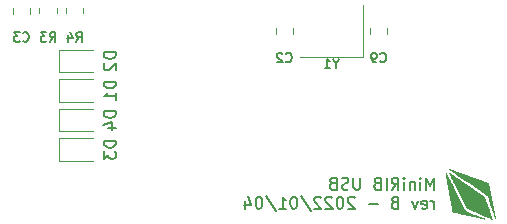
<source format=gbr>
%TF.GenerationSoftware,KiCad,Pcbnew,(6.0.0)*%
%TF.CreationDate,2022-01-04T17:40:29-06:00*%
%TF.ProjectId,minirib-usb,6d696e69-7269-4622-9d75-73622e6b6963,B*%
%TF.SameCoordinates,Original*%
%TF.FileFunction,Legend,Bot*%
%TF.FilePolarity,Positive*%
%FSLAX46Y46*%
G04 Gerber Fmt 4.6, Leading zero omitted, Abs format (unit mm)*
G04 Created by KiCad (PCBNEW (6.0.0)) date 2022-01-04 17:40:29*
%MOMM*%
%LPD*%
G01*
G04 APERTURE LIST*
%ADD10C,0.150000*%
%ADD11C,0.130000*%
%ADD12C,0.010000*%
%ADD13C,0.120000*%
G04 APERTURE END LIST*
D10*
X164914404Y-108397380D02*
X164914404Y-107397380D01*
X164581071Y-108111666D01*
X164247738Y-107397380D01*
X164247738Y-108397380D01*
X163771547Y-108397380D02*
X163771547Y-107730714D01*
X163771547Y-107397380D02*
X163819166Y-107445000D01*
X163771547Y-107492619D01*
X163723928Y-107445000D01*
X163771547Y-107397380D01*
X163771547Y-107492619D01*
X163295357Y-107730714D02*
X163295357Y-108397380D01*
X163295357Y-107825952D02*
X163247738Y-107778333D01*
X163152500Y-107730714D01*
X163009642Y-107730714D01*
X162914404Y-107778333D01*
X162866785Y-107873571D01*
X162866785Y-108397380D01*
X162390595Y-108397380D02*
X162390595Y-107730714D01*
X162390595Y-107397380D02*
X162438214Y-107445000D01*
X162390595Y-107492619D01*
X162342976Y-107445000D01*
X162390595Y-107397380D01*
X162390595Y-107492619D01*
X161342976Y-108397380D02*
X161676309Y-107921190D01*
X161914404Y-108397380D02*
X161914404Y-107397380D01*
X161533452Y-107397380D01*
X161438214Y-107445000D01*
X161390595Y-107492619D01*
X161342976Y-107587857D01*
X161342976Y-107730714D01*
X161390595Y-107825952D01*
X161438214Y-107873571D01*
X161533452Y-107921190D01*
X161914404Y-107921190D01*
X160914404Y-108397380D02*
X160914404Y-107397380D01*
X160104880Y-107873571D02*
X159962023Y-107921190D01*
X159914404Y-107968809D01*
X159866785Y-108064047D01*
X159866785Y-108206904D01*
X159914404Y-108302142D01*
X159962023Y-108349761D01*
X160057261Y-108397380D01*
X160438214Y-108397380D01*
X160438214Y-107397380D01*
X160104880Y-107397380D01*
X160009642Y-107445000D01*
X159962023Y-107492619D01*
X159914404Y-107587857D01*
X159914404Y-107683095D01*
X159962023Y-107778333D01*
X160009642Y-107825952D01*
X160104880Y-107873571D01*
X160438214Y-107873571D01*
X158676309Y-107397380D02*
X158676309Y-108206904D01*
X158628690Y-108302142D01*
X158581071Y-108349761D01*
X158485833Y-108397380D01*
X158295357Y-108397380D01*
X158200119Y-108349761D01*
X158152500Y-108302142D01*
X158104880Y-108206904D01*
X158104880Y-107397380D01*
X157676309Y-108349761D02*
X157533452Y-108397380D01*
X157295357Y-108397380D01*
X157200119Y-108349761D01*
X157152500Y-108302142D01*
X157104880Y-108206904D01*
X157104880Y-108111666D01*
X157152500Y-108016428D01*
X157200119Y-107968809D01*
X157295357Y-107921190D01*
X157485833Y-107873571D01*
X157581071Y-107825952D01*
X157628690Y-107778333D01*
X157676309Y-107683095D01*
X157676309Y-107587857D01*
X157628690Y-107492619D01*
X157581071Y-107445000D01*
X157485833Y-107397380D01*
X157247738Y-107397380D01*
X157104880Y-107445000D01*
X156342976Y-107873571D02*
X156200119Y-107921190D01*
X156152500Y-107968809D01*
X156104880Y-108064047D01*
X156104880Y-108206904D01*
X156152500Y-108302142D01*
X156200119Y-108349761D01*
X156295357Y-108397380D01*
X156676309Y-108397380D01*
X156676309Y-107397380D01*
X156342976Y-107397380D01*
X156247738Y-107445000D01*
X156200119Y-107492619D01*
X156152500Y-107587857D01*
X156152500Y-107683095D01*
X156200119Y-107778333D01*
X156247738Y-107825952D01*
X156342976Y-107873571D01*
X156676309Y-107873571D01*
X164914404Y-110007380D02*
X164914404Y-109340714D01*
X164914404Y-109531190D02*
X164866785Y-109435952D01*
X164819166Y-109388333D01*
X164723928Y-109340714D01*
X164628690Y-109340714D01*
X163914404Y-109959761D02*
X164009642Y-110007380D01*
X164200119Y-110007380D01*
X164295357Y-109959761D01*
X164342976Y-109864523D01*
X164342976Y-109483571D01*
X164295357Y-109388333D01*
X164200119Y-109340714D01*
X164009642Y-109340714D01*
X163914404Y-109388333D01*
X163866785Y-109483571D01*
X163866785Y-109578809D01*
X164342976Y-109674047D01*
X163533452Y-109340714D02*
X163295357Y-110007380D01*
X163057261Y-109340714D01*
X161581071Y-109483571D02*
X161438214Y-109531190D01*
X161390595Y-109578809D01*
X161342976Y-109674047D01*
X161342976Y-109816904D01*
X161390595Y-109912142D01*
X161438214Y-109959761D01*
X161533452Y-110007380D01*
X161914404Y-110007380D01*
X161914404Y-109007380D01*
X161581071Y-109007380D01*
X161485833Y-109055000D01*
X161438214Y-109102619D01*
X161390595Y-109197857D01*
X161390595Y-109293095D01*
X161438214Y-109388333D01*
X161485833Y-109435952D01*
X161581071Y-109483571D01*
X161914404Y-109483571D01*
X160152500Y-109626428D02*
X159390595Y-109626428D01*
X158200119Y-109102619D02*
X158152500Y-109055000D01*
X158057261Y-109007380D01*
X157819166Y-109007380D01*
X157723928Y-109055000D01*
X157676309Y-109102619D01*
X157628690Y-109197857D01*
X157628690Y-109293095D01*
X157676309Y-109435952D01*
X158247738Y-110007380D01*
X157628690Y-110007380D01*
X157009642Y-109007380D02*
X156914404Y-109007380D01*
X156819166Y-109055000D01*
X156771547Y-109102619D01*
X156723928Y-109197857D01*
X156676309Y-109388333D01*
X156676309Y-109626428D01*
X156723928Y-109816904D01*
X156771547Y-109912142D01*
X156819166Y-109959761D01*
X156914404Y-110007380D01*
X157009642Y-110007380D01*
X157104880Y-109959761D01*
X157152500Y-109912142D01*
X157200119Y-109816904D01*
X157247738Y-109626428D01*
X157247738Y-109388333D01*
X157200119Y-109197857D01*
X157152500Y-109102619D01*
X157104880Y-109055000D01*
X157009642Y-109007380D01*
X156295357Y-109102619D02*
X156247738Y-109055000D01*
X156152500Y-109007380D01*
X155914404Y-109007380D01*
X155819166Y-109055000D01*
X155771547Y-109102619D01*
X155723928Y-109197857D01*
X155723928Y-109293095D01*
X155771547Y-109435952D01*
X156342976Y-110007380D01*
X155723928Y-110007380D01*
X155342976Y-109102619D02*
X155295357Y-109055000D01*
X155200119Y-109007380D01*
X154962023Y-109007380D01*
X154866785Y-109055000D01*
X154819166Y-109102619D01*
X154771547Y-109197857D01*
X154771547Y-109293095D01*
X154819166Y-109435952D01*
X155390595Y-110007380D01*
X154771547Y-110007380D01*
X153628690Y-108959761D02*
X154485833Y-110245476D01*
X153104880Y-109007380D02*
X153009642Y-109007380D01*
X152914404Y-109055000D01*
X152866785Y-109102619D01*
X152819166Y-109197857D01*
X152771547Y-109388333D01*
X152771547Y-109626428D01*
X152819166Y-109816904D01*
X152866785Y-109912142D01*
X152914404Y-109959761D01*
X153009642Y-110007380D01*
X153104880Y-110007380D01*
X153200119Y-109959761D01*
X153247738Y-109912142D01*
X153295357Y-109816904D01*
X153342976Y-109626428D01*
X153342976Y-109388333D01*
X153295357Y-109197857D01*
X153247738Y-109102619D01*
X153200119Y-109055000D01*
X153104880Y-109007380D01*
X151819166Y-110007380D02*
X152390595Y-110007380D01*
X152104880Y-110007380D02*
X152104880Y-109007380D01*
X152200119Y-109150238D01*
X152295357Y-109245476D01*
X152390595Y-109293095D01*
X150676309Y-108959761D02*
X151533452Y-110245476D01*
X150152500Y-109007380D02*
X150057261Y-109007380D01*
X149962023Y-109055000D01*
X149914404Y-109102619D01*
X149866785Y-109197857D01*
X149819166Y-109388333D01*
X149819166Y-109626428D01*
X149866785Y-109816904D01*
X149914404Y-109912142D01*
X149962023Y-109959761D01*
X150057261Y-110007380D01*
X150152500Y-110007380D01*
X150247738Y-109959761D01*
X150295357Y-109912142D01*
X150342976Y-109816904D01*
X150390595Y-109626428D01*
X150390595Y-109388333D01*
X150342976Y-109197857D01*
X150295357Y-109102619D01*
X150247738Y-109055000D01*
X150152500Y-109007380D01*
X148962023Y-109340714D02*
X148962023Y-110007380D01*
X149200119Y-108959761D02*
X149438214Y-109674047D01*
X148819166Y-109674047D01*
D11*
%TO.C,C3*%
X130133333Y-95785714D02*
X130171428Y-95823809D01*
X130285714Y-95861904D01*
X130361904Y-95861904D01*
X130476190Y-95823809D01*
X130552380Y-95747619D01*
X130590476Y-95671428D01*
X130628571Y-95519047D01*
X130628571Y-95404761D01*
X130590476Y-95252380D01*
X130552380Y-95176190D01*
X130476190Y-95100000D01*
X130361904Y-95061904D01*
X130285714Y-95061904D01*
X130171428Y-95100000D01*
X130133333Y-95138095D01*
X129866666Y-95061904D02*
X129371428Y-95061904D01*
X129638095Y-95366666D01*
X129523809Y-95366666D01*
X129447619Y-95404761D01*
X129409523Y-95442857D01*
X129371428Y-95519047D01*
X129371428Y-95709523D01*
X129409523Y-95785714D01*
X129447619Y-95823809D01*
X129523809Y-95861904D01*
X129752380Y-95861904D01*
X129828571Y-95823809D01*
X129866666Y-95785714D01*
D10*
%TO.C,D1*%
X137977380Y-99261904D02*
X136977380Y-99261904D01*
X136977380Y-99500000D01*
X137025000Y-99642857D01*
X137120238Y-99738095D01*
X137215476Y-99785714D01*
X137405952Y-99833333D01*
X137548809Y-99833333D01*
X137739285Y-99785714D01*
X137834523Y-99738095D01*
X137929761Y-99642857D01*
X137977380Y-99500000D01*
X137977380Y-99261904D01*
X137977380Y-100785714D02*
X137977380Y-100214285D01*
X137977380Y-100500000D02*
X136977380Y-100500000D01*
X137120238Y-100404761D01*
X137215476Y-100309523D01*
X137263095Y-100214285D01*
%TO.C,D2*%
X137977380Y-96761904D02*
X136977380Y-96761904D01*
X136977380Y-97000000D01*
X137025000Y-97142857D01*
X137120238Y-97238095D01*
X137215476Y-97285714D01*
X137405952Y-97333333D01*
X137548809Y-97333333D01*
X137739285Y-97285714D01*
X137834523Y-97238095D01*
X137929761Y-97142857D01*
X137977380Y-97000000D01*
X137977380Y-96761904D01*
X137072619Y-97714285D02*
X137025000Y-97761904D01*
X136977380Y-97857142D01*
X136977380Y-98095238D01*
X137025000Y-98190476D01*
X137072619Y-98238095D01*
X137167857Y-98285714D01*
X137263095Y-98285714D01*
X137405952Y-98238095D01*
X137977380Y-97666666D01*
X137977380Y-98285714D01*
%TO.C,D3*%
X137977380Y-104261904D02*
X136977380Y-104261904D01*
X136977380Y-104500000D01*
X137025000Y-104642857D01*
X137120238Y-104738095D01*
X137215476Y-104785714D01*
X137405952Y-104833333D01*
X137548809Y-104833333D01*
X137739285Y-104785714D01*
X137834523Y-104738095D01*
X137929761Y-104642857D01*
X137977380Y-104500000D01*
X137977380Y-104261904D01*
X136977380Y-105166666D02*
X136977380Y-105785714D01*
X137358333Y-105452380D01*
X137358333Y-105595238D01*
X137405952Y-105690476D01*
X137453571Y-105738095D01*
X137548809Y-105785714D01*
X137786904Y-105785714D01*
X137882142Y-105738095D01*
X137929761Y-105690476D01*
X137977380Y-105595238D01*
X137977380Y-105309523D01*
X137929761Y-105214285D01*
X137882142Y-105166666D01*
%TO.C,D4*%
X137977380Y-101761904D02*
X136977380Y-101761904D01*
X136977380Y-102000000D01*
X137025000Y-102142857D01*
X137120238Y-102238095D01*
X137215476Y-102285714D01*
X137405952Y-102333333D01*
X137548809Y-102333333D01*
X137739285Y-102285714D01*
X137834523Y-102238095D01*
X137929761Y-102142857D01*
X137977380Y-102000000D01*
X137977380Y-101761904D01*
X137310714Y-103190476D02*
X137977380Y-103190476D01*
X136929761Y-102952380D02*
X137644047Y-102714285D01*
X137644047Y-103333333D01*
D11*
%TO.C,R3*%
X132383333Y-95861904D02*
X132650000Y-95480952D01*
X132840476Y-95861904D02*
X132840476Y-95061904D01*
X132535714Y-95061904D01*
X132459523Y-95100000D01*
X132421428Y-95138095D01*
X132383333Y-95214285D01*
X132383333Y-95328571D01*
X132421428Y-95404761D01*
X132459523Y-95442857D01*
X132535714Y-95480952D01*
X132840476Y-95480952D01*
X132116666Y-95061904D02*
X131621428Y-95061904D01*
X131888095Y-95366666D01*
X131773809Y-95366666D01*
X131697619Y-95404761D01*
X131659523Y-95442857D01*
X131621428Y-95519047D01*
X131621428Y-95709523D01*
X131659523Y-95785714D01*
X131697619Y-95823809D01*
X131773809Y-95861904D01*
X132002380Y-95861904D01*
X132078571Y-95823809D01*
X132116666Y-95785714D01*
%TO.C,R4*%
X134633333Y-95861904D02*
X134900000Y-95480952D01*
X135090476Y-95861904D02*
X135090476Y-95061904D01*
X134785714Y-95061904D01*
X134709523Y-95100000D01*
X134671428Y-95138095D01*
X134633333Y-95214285D01*
X134633333Y-95328571D01*
X134671428Y-95404761D01*
X134709523Y-95442857D01*
X134785714Y-95480952D01*
X135090476Y-95480952D01*
X133947619Y-95328571D02*
X133947619Y-95861904D01*
X134138095Y-95023809D02*
X134328571Y-95595238D01*
X133833333Y-95595238D01*
%TO.C,C2*%
X152383333Y-97535714D02*
X152421428Y-97573809D01*
X152535714Y-97611904D01*
X152611904Y-97611904D01*
X152726190Y-97573809D01*
X152802380Y-97497619D01*
X152840476Y-97421428D01*
X152878571Y-97269047D01*
X152878571Y-97154761D01*
X152840476Y-97002380D01*
X152802380Y-96926190D01*
X152726190Y-96850000D01*
X152611904Y-96811904D01*
X152535714Y-96811904D01*
X152421428Y-96850000D01*
X152383333Y-96888095D01*
X152078571Y-96888095D02*
X152040476Y-96850000D01*
X151964285Y-96811904D01*
X151773809Y-96811904D01*
X151697619Y-96850000D01*
X151659523Y-96888095D01*
X151621428Y-96964285D01*
X151621428Y-97040476D01*
X151659523Y-97154761D01*
X152116666Y-97611904D01*
X151621428Y-97611904D01*
%TO.C,Y1*%
X156630952Y-97730952D02*
X156630952Y-98111904D01*
X156897619Y-97311904D02*
X156630952Y-97730952D01*
X156364285Y-97311904D01*
X155678571Y-98111904D02*
X156135714Y-98111904D01*
X155907142Y-98111904D02*
X155907142Y-97311904D01*
X155983333Y-97426190D01*
X156059523Y-97502380D01*
X156135714Y-97540476D01*
%TO.C,C9*%
X160383333Y-97535714D02*
X160421428Y-97573809D01*
X160535714Y-97611904D01*
X160611904Y-97611904D01*
X160726190Y-97573809D01*
X160802380Y-97497619D01*
X160840476Y-97421428D01*
X160878571Y-97269047D01*
X160878571Y-97154761D01*
X160840476Y-97002380D01*
X160802380Y-96926190D01*
X160726190Y-96850000D01*
X160611904Y-96811904D01*
X160535714Y-96811904D01*
X160421428Y-96850000D01*
X160383333Y-96888095D01*
X160002380Y-97611904D02*
X159850000Y-97611904D01*
X159773809Y-97573809D01*
X159735714Y-97535714D01*
X159659523Y-97421428D01*
X159621428Y-97269047D01*
X159621428Y-96964285D01*
X159659523Y-96888095D01*
X159697619Y-96850000D01*
X159773809Y-96811904D01*
X159926190Y-96811904D01*
X160002380Y-96850000D01*
X160040476Y-96888095D01*
X160078571Y-96964285D01*
X160078571Y-97154761D01*
X160040476Y-97230952D01*
X160002380Y-97269047D01*
X159926190Y-97307142D01*
X159773809Y-97307142D01*
X159697619Y-97269047D01*
X159659523Y-97230952D01*
X159621428Y-97154761D01*
D12*
%TO.C,G\u002A\u002A\u002A*%
X165903297Y-106964575D02*
X165907254Y-106987989D01*
X165907254Y-106987989D02*
X165913833Y-107025695D01*
X165913833Y-107025695D02*
X165922864Y-107076767D01*
X165922864Y-107076767D02*
X165934180Y-107140284D01*
X165934180Y-107140284D02*
X165947613Y-107215319D01*
X165947613Y-107215319D02*
X165962994Y-107300950D01*
X165962994Y-107300950D02*
X165980154Y-107396253D01*
X165980154Y-107396253D02*
X165998927Y-107500302D01*
X165998927Y-107500302D02*
X166019142Y-107612175D01*
X166019142Y-107612175D02*
X166040634Y-107730947D01*
X166040634Y-107730947D02*
X166063232Y-107855695D01*
X166063232Y-107855695D02*
X166086769Y-107985494D01*
X166086769Y-107985494D02*
X166111076Y-108119419D01*
X166111076Y-108119419D02*
X166135986Y-108256548D01*
X166135986Y-108256548D02*
X166161330Y-108395957D01*
X166161330Y-108395957D02*
X166186939Y-108536720D01*
X166186939Y-108536720D02*
X166212647Y-108677914D01*
X166212647Y-108677914D02*
X166238284Y-108818616D01*
X166238284Y-108818616D02*
X166263681Y-108957900D01*
X166263681Y-108957900D02*
X166288672Y-109094844D01*
X166288672Y-109094844D02*
X166313088Y-109228522D01*
X166313088Y-109228522D02*
X166336760Y-109358012D01*
X166336760Y-109358012D02*
X166359520Y-109482388D01*
X166359520Y-109482388D02*
X166381200Y-109600728D01*
X166381200Y-109600728D02*
X166401632Y-109712106D01*
X166401632Y-109712106D02*
X166420647Y-109815599D01*
X166420647Y-109815599D02*
X166438078Y-109910283D01*
X166438078Y-109910283D02*
X166453756Y-109995234D01*
X166453756Y-109995234D02*
X166467513Y-110069527D01*
X166467513Y-110069527D02*
X166479180Y-110132240D01*
X166479180Y-110132240D02*
X166488589Y-110182447D01*
X166488589Y-110182447D02*
X166495573Y-110219225D01*
X166495573Y-110219225D02*
X166499963Y-110241649D01*
X166499963Y-110241649D02*
X166501568Y-110248811D01*
X166501568Y-110248811D02*
X166509891Y-110251007D01*
X166509891Y-110251007D02*
X166533398Y-110256565D01*
X166533398Y-110256565D02*
X166571252Y-110265297D01*
X166571252Y-110265297D02*
X166622616Y-110277015D01*
X166622616Y-110277015D02*
X166686655Y-110291530D01*
X166686655Y-110291530D02*
X166762531Y-110308657D01*
X166762531Y-110308657D02*
X166849409Y-110328206D01*
X166849409Y-110328206D02*
X166946452Y-110349990D01*
X166946452Y-110349990D02*
X167052823Y-110373821D01*
X167052823Y-110373821D02*
X167167687Y-110399512D01*
X167167687Y-110399512D02*
X167290207Y-110426874D01*
X167290207Y-110426874D02*
X167419545Y-110455720D01*
X167419545Y-110455720D02*
X167554867Y-110485863D01*
X167554867Y-110485863D02*
X167695336Y-110517114D01*
X167695336Y-110517114D02*
X167833279Y-110547767D01*
X167833279Y-110547767D02*
X167978088Y-110579928D01*
X167978088Y-110579928D02*
X168118679Y-110611154D01*
X168118679Y-110611154D02*
X168254206Y-110641256D01*
X168254206Y-110641256D02*
X168383823Y-110670047D01*
X168383823Y-110670047D02*
X168506682Y-110697337D01*
X168506682Y-110697337D02*
X168621938Y-110722940D01*
X168621938Y-110722940D02*
X168728743Y-110746666D01*
X168728743Y-110746666D02*
X168826251Y-110768329D01*
X168826251Y-110768329D02*
X168913615Y-110787739D01*
X168913615Y-110787739D02*
X168989989Y-110804709D01*
X168989989Y-110804709D02*
X169054526Y-110819051D01*
X169054526Y-110819051D02*
X169106380Y-110830576D01*
X169106380Y-110830576D02*
X169144704Y-110839097D01*
X169144704Y-110839097D02*
X169168651Y-110844425D01*
X169168651Y-110844425D02*
X169177293Y-110846354D01*
X169177293Y-110846354D02*
X169182039Y-110846140D01*
X169182039Y-110846140D02*
X169173182Y-110840919D01*
X169173182Y-110840919D02*
X169169089Y-110839021D01*
X169169089Y-110839021D02*
X169158101Y-110834737D01*
X169158101Y-110834737D02*
X169132746Y-110825247D01*
X169132746Y-110825247D02*
X169094082Y-110810939D01*
X169094082Y-110810939D02*
X169043168Y-110792199D01*
X169043168Y-110792199D02*
X168981063Y-110769415D01*
X168981063Y-110769415D02*
X168908825Y-110742975D01*
X168908825Y-110742975D02*
X168827513Y-110713264D01*
X168827513Y-110713264D02*
X168738186Y-110680672D01*
X168738186Y-110680672D02*
X168641901Y-110645583D01*
X168641901Y-110645583D02*
X168539718Y-110608387D01*
X168539718Y-110608387D02*
X168432695Y-110569470D01*
X168432695Y-110569470D02*
X168348222Y-110538780D01*
X168348222Y-110538780D02*
X167551967Y-110249607D01*
X167551967Y-110249607D02*
X166728144Y-108601896D01*
X166728144Y-108601896D02*
X166650936Y-108447502D01*
X166650936Y-108447502D02*
X166575667Y-108297043D01*
X166575667Y-108297043D02*
X166502667Y-108151175D01*
X166502667Y-108151175D02*
X166432263Y-108010550D01*
X166432263Y-108010550D02*
X166364785Y-107875825D01*
X166364785Y-107875825D02*
X166300560Y-107747653D01*
X166300560Y-107747653D02*
X166239918Y-107626690D01*
X166239918Y-107626690D02*
X166183187Y-107513589D01*
X166183187Y-107513589D02*
X166130696Y-107409006D01*
X166130696Y-107409006D02*
X166082773Y-107313595D01*
X166082773Y-107313595D02*
X166039748Y-107228011D01*
X166039748Y-107228011D02*
X166001947Y-107152908D01*
X166001947Y-107152908D02*
X165969701Y-107088942D01*
X165969701Y-107088942D02*
X165943338Y-107036766D01*
X165943338Y-107036766D02*
X165923187Y-106997035D01*
X165923187Y-106997035D02*
X165909575Y-106970404D01*
X165909575Y-106970404D02*
X165902832Y-106957528D01*
X165902832Y-106957528D02*
X165902129Y-106956377D01*
X165902129Y-106956377D02*
X165903297Y-106964575D01*
X165903297Y-106964575D02*
X165903297Y-106964575D01*
G36*
X165902832Y-106957528D02*
G01*
X165909575Y-106970404D01*
X165923187Y-106997035D01*
X165943338Y-107036766D01*
X165969701Y-107088942D01*
X166001947Y-107152908D01*
X166039748Y-107228011D01*
X166082773Y-107313595D01*
X166130696Y-107409006D01*
X166183187Y-107513589D01*
X166239918Y-107626690D01*
X166300560Y-107747653D01*
X166364785Y-107875825D01*
X166432263Y-108010550D01*
X166502667Y-108151175D01*
X166575667Y-108297043D01*
X166650936Y-108447502D01*
X166728144Y-108601896D01*
X167551967Y-110249607D01*
X168348222Y-110538780D01*
X168432695Y-110569470D01*
X168539718Y-110608387D01*
X168641901Y-110645583D01*
X168738186Y-110680672D01*
X168827513Y-110713264D01*
X168908825Y-110742975D01*
X168981063Y-110769415D01*
X169043168Y-110792199D01*
X169094082Y-110810939D01*
X169132746Y-110825247D01*
X169158101Y-110834737D01*
X169169089Y-110839021D01*
X169173182Y-110840919D01*
X169182039Y-110846140D01*
X169177293Y-110846354D01*
X169168651Y-110844425D01*
X169144704Y-110839097D01*
X169106380Y-110830576D01*
X169054526Y-110819051D01*
X168989989Y-110804709D01*
X168913615Y-110787739D01*
X168826251Y-110768329D01*
X168728743Y-110746666D01*
X168621938Y-110722940D01*
X168506682Y-110697337D01*
X168383823Y-110670047D01*
X168254206Y-110641256D01*
X168118679Y-110611154D01*
X167978088Y-110579928D01*
X167833279Y-110547767D01*
X167695336Y-110517114D01*
X167554867Y-110485863D01*
X167419545Y-110455720D01*
X167290207Y-110426874D01*
X167167687Y-110399512D01*
X167052823Y-110373821D01*
X166946452Y-110349990D01*
X166849409Y-110328206D01*
X166762531Y-110308657D01*
X166686655Y-110291530D01*
X166622616Y-110277015D01*
X166571252Y-110265297D01*
X166533398Y-110256565D01*
X166509891Y-110251007D01*
X166501568Y-110248811D01*
X166499963Y-110241649D01*
X166495573Y-110219225D01*
X166488589Y-110182447D01*
X166479180Y-110132240D01*
X166467513Y-110069527D01*
X166453756Y-109995234D01*
X166438078Y-109910283D01*
X166420647Y-109815599D01*
X166401632Y-109712106D01*
X166381200Y-109600728D01*
X166359520Y-109482388D01*
X166336760Y-109358012D01*
X166313088Y-109228522D01*
X166288672Y-109094844D01*
X166263681Y-108957900D01*
X166238284Y-108818616D01*
X166212647Y-108677914D01*
X166186939Y-108536720D01*
X166161330Y-108395957D01*
X166135986Y-108256548D01*
X166111076Y-108119419D01*
X166086769Y-107985494D01*
X166063232Y-107855695D01*
X166040634Y-107730947D01*
X166019142Y-107612175D01*
X165998927Y-107500302D01*
X165980154Y-107396253D01*
X165962994Y-107300950D01*
X165947613Y-107215319D01*
X165934180Y-107140284D01*
X165922864Y-107076767D01*
X165913833Y-107025695D01*
X165907254Y-106987989D01*
X165903297Y-106964575D01*
X165902129Y-106956377D01*
X165902832Y-106957528D01*
G37*
X165902832Y-106957528D02*
X165909575Y-106970404D01*
X165923187Y-106997035D01*
X165943338Y-107036766D01*
X165969701Y-107088942D01*
X166001947Y-107152908D01*
X166039748Y-107228011D01*
X166082773Y-107313595D01*
X166130696Y-107409006D01*
X166183187Y-107513589D01*
X166239918Y-107626690D01*
X166300560Y-107747653D01*
X166364785Y-107875825D01*
X166432263Y-108010550D01*
X166502667Y-108151175D01*
X166575667Y-108297043D01*
X166650936Y-108447502D01*
X166728144Y-108601896D01*
X167551967Y-110249607D01*
X168348222Y-110538780D01*
X168432695Y-110569470D01*
X168539718Y-110608387D01*
X168641901Y-110645583D01*
X168738186Y-110680672D01*
X168827513Y-110713264D01*
X168908825Y-110742975D01*
X168981063Y-110769415D01*
X169043168Y-110792199D01*
X169094082Y-110810939D01*
X169132746Y-110825247D01*
X169158101Y-110834737D01*
X169169089Y-110839021D01*
X169173182Y-110840919D01*
X169182039Y-110846140D01*
X169177293Y-110846354D01*
X169168651Y-110844425D01*
X169144704Y-110839097D01*
X169106380Y-110830576D01*
X169054526Y-110819051D01*
X168989989Y-110804709D01*
X168913615Y-110787739D01*
X168826251Y-110768329D01*
X168728743Y-110746666D01*
X168621938Y-110722940D01*
X168506682Y-110697337D01*
X168383823Y-110670047D01*
X168254206Y-110641256D01*
X168118679Y-110611154D01*
X167978088Y-110579928D01*
X167833279Y-110547767D01*
X167695336Y-110517114D01*
X167554867Y-110485863D01*
X167419545Y-110455720D01*
X167290207Y-110426874D01*
X167167687Y-110399512D01*
X167052823Y-110373821D01*
X166946452Y-110349990D01*
X166849409Y-110328206D01*
X166762531Y-110308657D01*
X166686655Y-110291530D01*
X166622616Y-110277015D01*
X166571252Y-110265297D01*
X166533398Y-110256565D01*
X166509891Y-110251007D01*
X166501568Y-110248811D01*
X166499963Y-110241649D01*
X166495573Y-110219225D01*
X166488589Y-110182447D01*
X166479180Y-110132240D01*
X166467513Y-110069527D01*
X166453756Y-109995234D01*
X166438078Y-109910283D01*
X166420647Y-109815599D01*
X166401632Y-109712106D01*
X166381200Y-109600728D01*
X166359520Y-109482388D01*
X166336760Y-109358012D01*
X166313088Y-109228522D01*
X166288672Y-109094844D01*
X166263681Y-108957900D01*
X166238284Y-108818616D01*
X166212647Y-108677914D01*
X166186939Y-108536720D01*
X166161330Y-108395957D01*
X166135986Y-108256548D01*
X166111076Y-108119419D01*
X166086769Y-107985494D01*
X166063232Y-107855695D01*
X166040634Y-107730947D01*
X166019142Y-107612175D01*
X165998927Y-107500302D01*
X165980154Y-107396253D01*
X165962994Y-107300950D01*
X165947613Y-107215319D01*
X165934180Y-107140284D01*
X165922864Y-107076767D01*
X165913833Y-107025695D01*
X165907254Y-106987989D01*
X165903297Y-106964575D01*
X165902129Y-106956377D01*
X165902832Y-106957528D01*
X166208727Y-106964170D02*
X166219055Y-106985672D01*
X166219055Y-106985672D02*
X166236050Y-107020462D01*
X166236050Y-107020462D02*
X166259371Y-107067853D01*
X166259371Y-107067853D02*
X166288673Y-107127154D01*
X166288673Y-107127154D02*
X166323615Y-107197676D01*
X166323615Y-107197676D02*
X166363852Y-107278730D01*
X166363852Y-107278730D02*
X166409043Y-107369627D01*
X166409043Y-107369627D02*
X166458843Y-107469677D01*
X166458843Y-107469677D02*
X166512910Y-107578191D01*
X166512910Y-107578191D02*
X166570901Y-107694480D01*
X166570901Y-107694480D02*
X166632473Y-107817854D01*
X166632473Y-107817854D02*
X166697282Y-107947624D01*
X166697282Y-107947624D02*
X166764986Y-108083101D01*
X166764986Y-108083101D02*
X166835242Y-108223595D01*
X166835242Y-108223595D02*
X166907707Y-108368416D01*
X166907707Y-108368416D02*
X166951453Y-108455803D01*
X166951453Y-108455803D02*
X167700549Y-109951906D01*
X167700549Y-109951906D02*
X168746576Y-110400823D01*
X168746576Y-110400823D02*
X168870907Y-110454177D01*
X168870907Y-110454177D02*
X168991055Y-110505727D01*
X168991055Y-110505727D02*
X169106163Y-110555107D01*
X169106163Y-110555107D02*
X169215372Y-110601947D01*
X169215372Y-110601947D02*
X169317821Y-110645880D01*
X169317821Y-110645880D02*
X169412653Y-110686536D01*
X169412653Y-110686536D02*
X169499008Y-110723549D01*
X169499008Y-110723549D02*
X169576026Y-110756550D01*
X169576026Y-110756550D02*
X169642850Y-110785171D01*
X169642850Y-110785171D02*
X169698619Y-110809043D01*
X169698619Y-110809043D02*
X169742475Y-110827798D01*
X169742475Y-110827798D02*
X169773559Y-110841069D01*
X169773559Y-110841069D02*
X169791011Y-110848486D01*
X169791011Y-110848486D02*
X169794654Y-110849999D01*
X169794654Y-110849999D02*
X169796705Y-110844223D01*
X169796705Y-110844223D02*
X169796706Y-110844077D01*
X169796706Y-110844077D02*
X169794163Y-110835638D01*
X169794163Y-110835638D02*
X169786754Y-110812616D01*
X169786754Y-110812616D02*
X169774801Y-110775990D01*
X169774801Y-110775990D02*
X169758629Y-110726742D01*
X169758629Y-110726742D02*
X169738563Y-110665853D01*
X169738563Y-110665853D02*
X169714927Y-110594304D01*
X169714927Y-110594304D02*
X169688046Y-110513076D01*
X169688046Y-110513076D02*
X169658245Y-110423150D01*
X169658245Y-110423150D02*
X169625847Y-110325507D01*
X169625847Y-110325507D02*
X169591177Y-110221128D01*
X169591177Y-110221128D02*
X169554561Y-110110994D01*
X169554561Y-110110994D02*
X169516321Y-109996085D01*
X169516321Y-109996085D02*
X169498868Y-109943673D01*
X169498868Y-109943673D02*
X169201030Y-109049451D01*
X169201030Y-109049451D02*
X167704747Y-108001522D01*
X167704747Y-108001522D02*
X167563922Y-107902918D01*
X167563922Y-107902918D02*
X167426661Y-107806853D01*
X167426661Y-107806853D02*
X167293567Y-107713751D01*
X167293567Y-107713751D02*
X167165246Y-107624031D01*
X167165246Y-107624031D02*
X167042301Y-107538114D01*
X167042301Y-107538114D02*
X166925337Y-107456423D01*
X166925337Y-107456423D02*
X166814957Y-107379377D01*
X166814957Y-107379377D02*
X166711767Y-107307398D01*
X166711767Y-107307398D02*
X166616371Y-107240907D01*
X166616371Y-107240907D02*
X166529371Y-107180326D01*
X166529371Y-107180326D02*
X166451374Y-107126074D01*
X166451374Y-107126074D02*
X166382983Y-107078574D01*
X166382983Y-107078574D02*
X166324802Y-107038247D01*
X166324802Y-107038247D02*
X166277436Y-107005512D01*
X166277436Y-107005512D02*
X166241489Y-106980793D01*
X166241489Y-106980793D02*
X166217564Y-106964509D01*
X166217564Y-106964509D02*
X166206267Y-106957081D01*
X166206267Y-106957081D02*
X166205411Y-106956648D01*
X166205411Y-106956648D02*
X166208727Y-106964170D01*
X166208727Y-106964170D02*
X166208727Y-106964170D01*
G36*
X166206267Y-106957081D02*
G01*
X166217564Y-106964509D01*
X166241489Y-106980793D01*
X166277436Y-107005512D01*
X166324802Y-107038247D01*
X166382983Y-107078574D01*
X166451374Y-107126074D01*
X166529371Y-107180326D01*
X166616371Y-107240907D01*
X166711767Y-107307398D01*
X166814957Y-107379377D01*
X166925337Y-107456423D01*
X167042301Y-107538114D01*
X167165246Y-107624031D01*
X167293567Y-107713751D01*
X167426661Y-107806853D01*
X167563922Y-107902918D01*
X167704747Y-108001522D01*
X169201030Y-109049451D01*
X169498868Y-109943673D01*
X169516321Y-109996085D01*
X169554561Y-110110994D01*
X169591177Y-110221128D01*
X169625847Y-110325507D01*
X169658245Y-110423150D01*
X169688046Y-110513076D01*
X169714927Y-110594304D01*
X169738563Y-110665853D01*
X169758629Y-110726742D01*
X169774801Y-110775990D01*
X169786754Y-110812616D01*
X169794163Y-110835638D01*
X169796706Y-110844077D01*
X169796705Y-110844223D01*
X169794654Y-110849999D01*
X169791011Y-110848486D01*
X169773559Y-110841069D01*
X169742475Y-110827798D01*
X169698619Y-110809043D01*
X169642850Y-110785171D01*
X169576026Y-110756550D01*
X169499008Y-110723549D01*
X169412653Y-110686536D01*
X169317821Y-110645880D01*
X169215372Y-110601947D01*
X169106163Y-110555107D01*
X168991055Y-110505727D01*
X168870907Y-110454177D01*
X168746576Y-110400823D01*
X167700549Y-109951906D01*
X166951453Y-108455803D01*
X166907707Y-108368416D01*
X166835242Y-108223595D01*
X166764986Y-108083101D01*
X166697282Y-107947624D01*
X166632473Y-107817854D01*
X166570901Y-107694480D01*
X166512910Y-107578191D01*
X166458843Y-107469677D01*
X166409043Y-107369627D01*
X166363852Y-107278730D01*
X166323615Y-107197676D01*
X166288673Y-107127154D01*
X166259371Y-107067853D01*
X166236050Y-107020462D01*
X166219055Y-106985672D01*
X166208727Y-106964170D01*
X166205411Y-106956648D01*
X166206267Y-106957081D01*
G37*
X166206267Y-106957081D02*
X166217564Y-106964509D01*
X166241489Y-106980793D01*
X166277436Y-107005512D01*
X166324802Y-107038247D01*
X166382983Y-107078574D01*
X166451374Y-107126074D01*
X166529371Y-107180326D01*
X166616371Y-107240907D01*
X166711767Y-107307398D01*
X166814957Y-107379377D01*
X166925337Y-107456423D01*
X167042301Y-107538114D01*
X167165246Y-107624031D01*
X167293567Y-107713751D01*
X167426661Y-107806853D01*
X167563922Y-107902918D01*
X167704747Y-108001522D01*
X169201030Y-109049451D01*
X169498868Y-109943673D01*
X169516321Y-109996085D01*
X169554561Y-110110994D01*
X169591177Y-110221128D01*
X169625847Y-110325507D01*
X169658245Y-110423150D01*
X169688046Y-110513076D01*
X169714927Y-110594304D01*
X169738563Y-110665853D01*
X169758629Y-110726742D01*
X169774801Y-110775990D01*
X169786754Y-110812616D01*
X169794163Y-110835638D01*
X169796706Y-110844077D01*
X169796705Y-110844223D01*
X169794654Y-110849999D01*
X169791011Y-110848486D01*
X169773559Y-110841069D01*
X169742475Y-110827798D01*
X169698619Y-110809043D01*
X169642850Y-110785171D01*
X169576026Y-110756550D01*
X169499008Y-110723549D01*
X169412653Y-110686536D01*
X169317821Y-110645880D01*
X169215372Y-110601947D01*
X169106163Y-110555107D01*
X168991055Y-110505727D01*
X168870907Y-110454177D01*
X168746576Y-110400823D01*
X167700549Y-109951906D01*
X166951453Y-108455803D01*
X166907707Y-108368416D01*
X166835242Y-108223595D01*
X166764986Y-108083101D01*
X166697282Y-107947624D01*
X166632473Y-107817854D01*
X166570901Y-107694480D01*
X166512910Y-107578191D01*
X166458843Y-107469677D01*
X166409043Y-107369627D01*
X166363852Y-107278730D01*
X166323615Y-107197676D01*
X166288673Y-107127154D01*
X166259371Y-107067853D01*
X166236050Y-107020462D01*
X166219055Y-106985672D01*
X166208727Y-106964170D01*
X166205411Y-106956648D01*
X166206267Y-106957081D01*
X166211236Y-106658484D02*
X166212639Y-106659953D01*
X166212639Y-106659953D02*
X166220550Y-106665448D01*
X166220550Y-106665448D02*
X166241430Y-106679781D01*
X166241430Y-106679781D02*
X166274687Y-106702548D01*
X166274687Y-106702548D02*
X166319731Y-106733347D01*
X166319731Y-106733347D02*
X166375972Y-106771775D01*
X166375972Y-106771775D02*
X166442819Y-106817428D01*
X166442819Y-106817428D02*
X166519682Y-106869904D01*
X166519682Y-106869904D02*
X166605969Y-106928800D01*
X166605969Y-106928800D02*
X166701091Y-106993713D01*
X166701091Y-106993713D02*
X166804456Y-107064239D01*
X166804456Y-107064239D02*
X166915475Y-107139976D01*
X166915475Y-107139976D02*
X167033556Y-107220521D01*
X167033556Y-107220521D02*
X167158110Y-107305471D01*
X167158110Y-107305471D02*
X167288545Y-107394422D01*
X167288545Y-107394422D02*
X167424270Y-107486972D01*
X167424270Y-107486972D02*
X167564696Y-107582719D01*
X167564696Y-107582719D02*
X167709232Y-107681258D01*
X167709232Y-107681258D02*
X167857287Y-107782187D01*
X167857287Y-107782187D02*
X167862768Y-107785923D01*
X167862768Y-107785923D02*
X169499451Y-108901595D01*
X169499451Y-108901595D02*
X169795295Y-109861569D01*
X169795295Y-109861569D02*
X169832649Y-109982701D01*
X169832649Y-109982701D02*
X169868647Y-110099281D01*
X169868647Y-110099281D02*
X169902996Y-110210372D01*
X169902996Y-110210372D02*
X169935405Y-110315035D01*
X169935405Y-110315035D02*
X169965580Y-110412333D01*
X169965580Y-110412333D02*
X169993231Y-110501328D01*
X169993231Y-110501328D02*
X170018065Y-110581081D01*
X170018065Y-110581081D02*
X170039790Y-110650654D01*
X170039790Y-110650654D02*
X170058115Y-110709110D01*
X170058115Y-110709110D02*
X170072746Y-110755510D01*
X170072746Y-110755510D02*
X170083393Y-110788917D01*
X170083393Y-110788917D02*
X170089762Y-110808392D01*
X170089762Y-110808392D02*
X170091597Y-110813275D01*
X170091597Y-110813275D02*
X170090075Y-110804320D01*
X170090075Y-110804320D02*
X170085518Y-110780288D01*
X170085518Y-110780288D02*
X170078121Y-110742149D01*
X170078121Y-110742149D02*
X170068076Y-110690873D01*
X170068076Y-110690873D02*
X170055579Y-110627430D01*
X170055579Y-110627430D02*
X170040824Y-110552791D01*
X170040824Y-110552791D02*
X170024005Y-110467925D01*
X170024005Y-110467925D02*
X170005316Y-110373803D01*
X170005316Y-110373803D02*
X169984952Y-110271395D01*
X169984952Y-110271395D02*
X169963106Y-110161671D01*
X169963106Y-110161671D02*
X169939973Y-110045602D01*
X169939973Y-110045602D02*
X169915747Y-109924157D01*
X169915747Y-109924157D02*
X169890622Y-109798307D01*
X169890622Y-109798307D02*
X169864793Y-109669021D01*
X169864793Y-109669021D02*
X169838453Y-109537271D01*
X169838453Y-109537271D02*
X169811798Y-109404025D01*
X169811798Y-109404025D02*
X169785020Y-109270256D01*
X169785020Y-109270256D02*
X169758315Y-109136931D01*
X169758315Y-109136931D02*
X169731876Y-109005022D01*
X169731876Y-109005022D02*
X169705899Y-108875500D01*
X169705899Y-108875500D02*
X169680576Y-108749333D01*
X169680576Y-108749333D02*
X169656102Y-108627492D01*
X169656102Y-108627492D02*
X169632672Y-108510948D01*
X169632672Y-108510948D02*
X169610479Y-108400670D01*
X169610479Y-108400670D02*
X169589718Y-108297629D01*
X169589718Y-108297629D02*
X169570583Y-108202795D01*
X169570583Y-108202795D02*
X169553268Y-108117138D01*
X169553268Y-108117138D02*
X169537968Y-108041629D01*
X169537968Y-108041629D02*
X169524877Y-107977236D01*
X169524877Y-107977236D02*
X169514188Y-107924931D01*
X169514188Y-107924931D02*
X169506096Y-107885684D01*
X169506096Y-107885684D02*
X169500796Y-107860465D01*
X169500796Y-107860465D02*
X169498481Y-107850244D01*
X169498481Y-107850244D02*
X169498411Y-107850068D01*
X169498411Y-107850068D02*
X169490595Y-107847068D01*
X169490595Y-107847068D02*
X169468227Y-107838779D01*
X169468227Y-107838779D02*
X169432176Y-107825518D01*
X169432176Y-107825518D02*
X169383313Y-107807602D01*
X169383313Y-107807602D02*
X169322506Y-107785346D01*
X169322506Y-107785346D02*
X169250625Y-107759067D01*
X169250625Y-107759067D02*
X169168538Y-107729083D01*
X169168538Y-107729083D02*
X169077117Y-107695708D01*
X169077117Y-107695708D02*
X168977229Y-107659261D01*
X168977229Y-107659261D02*
X168869744Y-107620057D01*
X168869744Y-107620057D02*
X168755532Y-107578414D01*
X168755532Y-107578414D02*
X168635462Y-107534646D01*
X168635462Y-107534646D02*
X168510403Y-107489072D01*
X168510403Y-107489072D02*
X168381225Y-107442007D01*
X168381225Y-107442007D02*
X168248797Y-107393768D01*
X168248797Y-107393768D02*
X168113988Y-107344671D01*
X168113988Y-107344671D02*
X167977669Y-107295034D01*
X167977669Y-107295034D02*
X167840707Y-107245172D01*
X167840707Y-107245172D02*
X167703973Y-107195402D01*
X167703973Y-107195402D02*
X167568337Y-107146041D01*
X167568337Y-107146041D02*
X167434666Y-107097405D01*
X167434666Y-107097405D02*
X167303832Y-107049811D01*
X167303832Y-107049811D02*
X167176702Y-107003574D01*
X167176702Y-107003574D02*
X167054147Y-106959013D01*
X167054147Y-106959013D02*
X166937036Y-106916442D01*
X166937036Y-106916442D02*
X166826238Y-106876179D01*
X166826238Y-106876179D02*
X166722623Y-106838541D01*
X166722623Y-106838541D02*
X166627059Y-106803843D01*
X166627059Y-106803843D02*
X166540418Y-106772402D01*
X166540418Y-106772402D02*
X166463567Y-106744535D01*
X166463567Y-106744535D02*
X166397376Y-106720558D01*
X166397376Y-106720558D02*
X166342714Y-106700788D01*
X166342714Y-106700788D02*
X166300452Y-106685542D01*
X166300452Y-106685542D02*
X166271458Y-106675135D01*
X166271458Y-106675135D02*
X166260724Y-106671322D01*
X166260724Y-106671322D02*
X166234229Y-106662604D01*
X166234229Y-106662604D02*
X166216850Y-106658116D01*
X166216850Y-106658116D02*
X166211236Y-106658484D01*
X166211236Y-106658484D02*
X166211236Y-106658484D01*
G36*
X166234229Y-106662604D02*
G01*
X166260724Y-106671322D01*
X166271458Y-106675135D01*
X166300452Y-106685542D01*
X166342714Y-106700788D01*
X166397376Y-106720558D01*
X166463567Y-106744535D01*
X166540418Y-106772402D01*
X166627059Y-106803843D01*
X166722623Y-106838541D01*
X166826238Y-106876179D01*
X166937036Y-106916442D01*
X167054147Y-106959013D01*
X167176702Y-107003574D01*
X167303832Y-107049811D01*
X167434666Y-107097405D01*
X167568337Y-107146041D01*
X167703973Y-107195402D01*
X167840707Y-107245172D01*
X167977669Y-107295034D01*
X168113988Y-107344671D01*
X168248797Y-107393768D01*
X168381225Y-107442007D01*
X168510403Y-107489072D01*
X168635462Y-107534646D01*
X168755532Y-107578414D01*
X168869744Y-107620057D01*
X168977229Y-107659261D01*
X169077117Y-107695708D01*
X169168538Y-107729083D01*
X169250625Y-107759067D01*
X169322506Y-107785346D01*
X169383313Y-107807602D01*
X169432176Y-107825518D01*
X169468227Y-107838779D01*
X169490595Y-107847068D01*
X169498411Y-107850068D01*
X169498481Y-107850244D01*
X169500796Y-107860465D01*
X169506096Y-107885684D01*
X169514188Y-107924931D01*
X169524877Y-107977236D01*
X169537968Y-108041629D01*
X169553268Y-108117138D01*
X169570583Y-108202795D01*
X169589718Y-108297629D01*
X169610479Y-108400670D01*
X169632672Y-108510948D01*
X169656102Y-108627492D01*
X169680576Y-108749333D01*
X169705899Y-108875500D01*
X169731876Y-109005022D01*
X169758315Y-109136931D01*
X169785020Y-109270256D01*
X169811798Y-109404025D01*
X169838453Y-109537271D01*
X169864793Y-109669021D01*
X169890622Y-109798307D01*
X169915747Y-109924157D01*
X169939973Y-110045602D01*
X169963106Y-110161671D01*
X169984952Y-110271395D01*
X170005316Y-110373803D01*
X170024005Y-110467925D01*
X170040824Y-110552791D01*
X170055579Y-110627430D01*
X170068076Y-110690873D01*
X170078121Y-110742149D01*
X170085518Y-110780288D01*
X170090075Y-110804320D01*
X170091597Y-110813275D01*
X170089762Y-110808392D01*
X170083393Y-110788917D01*
X170072746Y-110755510D01*
X170058115Y-110709110D01*
X170039790Y-110650654D01*
X170018065Y-110581081D01*
X169993231Y-110501328D01*
X169965580Y-110412333D01*
X169935405Y-110315035D01*
X169902996Y-110210372D01*
X169868647Y-110099281D01*
X169832649Y-109982701D01*
X169795295Y-109861569D01*
X169499451Y-108901595D01*
X167862768Y-107785923D01*
X167857287Y-107782187D01*
X167709232Y-107681258D01*
X167564696Y-107582719D01*
X167424270Y-107486972D01*
X167288545Y-107394422D01*
X167158110Y-107305471D01*
X167033556Y-107220521D01*
X166915475Y-107139976D01*
X166804456Y-107064239D01*
X166701091Y-106993713D01*
X166605969Y-106928800D01*
X166519682Y-106869904D01*
X166442819Y-106817428D01*
X166375972Y-106771775D01*
X166319731Y-106733347D01*
X166274687Y-106702548D01*
X166241430Y-106679781D01*
X166220550Y-106665448D01*
X166212639Y-106659953D01*
X166211236Y-106658484D01*
X166216850Y-106658116D01*
X166234229Y-106662604D01*
G37*
X166234229Y-106662604D02*
X166260724Y-106671322D01*
X166271458Y-106675135D01*
X166300452Y-106685542D01*
X166342714Y-106700788D01*
X166397376Y-106720558D01*
X166463567Y-106744535D01*
X166540418Y-106772402D01*
X166627059Y-106803843D01*
X166722623Y-106838541D01*
X166826238Y-106876179D01*
X166937036Y-106916442D01*
X167054147Y-106959013D01*
X167176702Y-107003574D01*
X167303832Y-107049811D01*
X167434666Y-107097405D01*
X167568337Y-107146041D01*
X167703973Y-107195402D01*
X167840707Y-107245172D01*
X167977669Y-107295034D01*
X168113988Y-107344671D01*
X168248797Y-107393768D01*
X168381225Y-107442007D01*
X168510403Y-107489072D01*
X168635462Y-107534646D01*
X168755532Y-107578414D01*
X168869744Y-107620057D01*
X168977229Y-107659261D01*
X169077117Y-107695708D01*
X169168538Y-107729083D01*
X169250625Y-107759067D01*
X169322506Y-107785346D01*
X169383313Y-107807602D01*
X169432176Y-107825518D01*
X169468227Y-107838779D01*
X169490595Y-107847068D01*
X169498411Y-107850068D01*
X169498481Y-107850244D01*
X169500796Y-107860465D01*
X169506096Y-107885684D01*
X169514188Y-107924931D01*
X169524877Y-107977236D01*
X169537968Y-108041629D01*
X169553268Y-108117138D01*
X169570583Y-108202795D01*
X169589718Y-108297629D01*
X169610479Y-108400670D01*
X169632672Y-108510948D01*
X169656102Y-108627492D01*
X169680576Y-108749333D01*
X169705899Y-108875500D01*
X169731876Y-109005022D01*
X169758315Y-109136931D01*
X169785020Y-109270256D01*
X169811798Y-109404025D01*
X169838453Y-109537271D01*
X169864793Y-109669021D01*
X169890622Y-109798307D01*
X169915747Y-109924157D01*
X169939973Y-110045602D01*
X169963106Y-110161671D01*
X169984952Y-110271395D01*
X170005316Y-110373803D01*
X170024005Y-110467925D01*
X170040824Y-110552791D01*
X170055579Y-110627430D01*
X170068076Y-110690873D01*
X170078121Y-110742149D01*
X170085518Y-110780288D01*
X170090075Y-110804320D01*
X170091597Y-110813275D01*
X170089762Y-110808392D01*
X170083393Y-110788917D01*
X170072746Y-110755510D01*
X170058115Y-110709110D01*
X170039790Y-110650654D01*
X170018065Y-110581081D01*
X169993231Y-110501328D01*
X169965580Y-110412333D01*
X169935405Y-110315035D01*
X169902996Y-110210372D01*
X169868647Y-110099281D01*
X169832649Y-109982701D01*
X169795295Y-109861569D01*
X169499451Y-108901595D01*
X167862768Y-107785923D01*
X167857287Y-107782187D01*
X167709232Y-107681258D01*
X167564696Y-107582719D01*
X167424270Y-107486972D01*
X167288545Y-107394422D01*
X167158110Y-107305471D01*
X167033556Y-107220521D01*
X166915475Y-107139976D01*
X166804456Y-107064239D01*
X166701091Y-106993713D01*
X166605969Y-106928800D01*
X166519682Y-106869904D01*
X166442819Y-106817428D01*
X166375972Y-106771775D01*
X166319731Y-106733347D01*
X166274687Y-106702548D01*
X166241430Y-106679781D01*
X166220550Y-106665448D01*
X166212639Y-106659953D01*
X166211236Y-106658484D01*
X166216850Y-106658116D01*
X166234229Y-106662604D01*
D13*
%TO.C,C3*%
X130735000Y-93511252D02*
X130735000Y-92988748D01*
X129265000Y-93511252D02*
X129265000Y-92988748D01*
%TO.C,D1*%
X133165000Y-100960000D02*
X133165000Y-99040000D01*
X136025000Y-100960000D02*
X133165000Y-100960000D01*
X133165000Y-99040000D02*
X136025000Y-99040000D01*
%TO.C,D2*%
X136025000Y-98460000D02*
X133165000Y-98460000D01*
X133165000Y-96540000D02*
X136025000Y-96540000D01*
X133165000Y-98460000D02*
X133165000Y-96540000D01*
%TO.C,D3*%
X133165000Y-104040000D02*
X136025000Y-104040000D01*
X133165000Y-105960000D02*
X133165000Y-104040000D01*
X136025000Y-105960000D02*
X133165000Y-105960000D01*
%TO.C,D4*%
X133165000Y-103460000D02*
X133165000Y-101540000D01*
X136025000Y-103460000D02*
X133165000Y-103460000D01*
X133165000Y-101540000D02*
X136025000Y-101540000D01*
%TO.C,R3*%
X131515000Y-93022936D02*
X131515000Y-93477064D01*
X132985000Y-93022936D02*
X132985000Y-93477064D01*
%TO.C,R4*%
X135235000Y-93477064D02*
X135235000Y-93022936D01*
X133765000Y-93477064D02*
X133765000Y-93022936D01*
%TO.C,C2*%
X151515000Y-94738748D02*
X151515000Y-95261252D01*
X152985000Y-94738748D02*
X152985000Y-95261252D01*
%TO.C,Y1*%
X158950000Y-97200000D02*
X153550000Y-97200000D01*
X158950000Y-92800000D02*
X158950000Y-97200000D01*
%TO.C,C9*%
X159515000Y-95261252D02*
X159515000Y-94738748D01*
X160985000Y-95261252D02*
X160985000Y-94738748D01*
%TD*%
M02*

</source>
